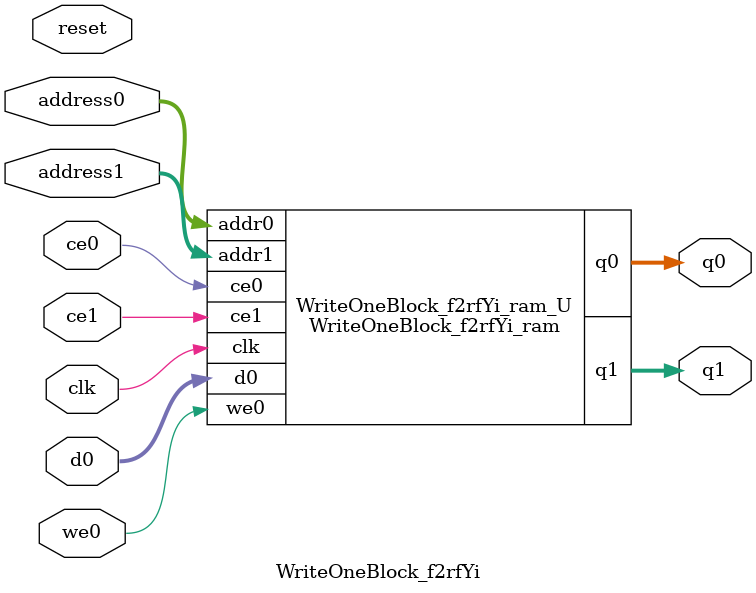
<source format=v>

`timescale 1 ns / 1 ps
module WriteOneBlock_f2rfYi_ram (addr0, ce0, d0, we0, q0, addr1, ce1, q1,  clk);

parameter DWIDTH = 8;
parameter AWIDTH = 11;
parameter MEM_SIZE = 1328;

input[AWIDTH-1:0] addr0;
input ce0;
input[DWIDTH-1:0] d0;
input we0;
output reg[DWIDTH-1:0] q0;
input[AWIDTH-1:0] addr1;
input ce1;
output reg[DWIDTH-1:0] q1;
input clk;

(* ram_style = "block" *)reg [DWIDTH-1:0] ram[0:MEM_SIZE-1];




always @(posedge clk)  
begin 
    if (ce0) 
    begin
        if (we0) 
        begin 
            ram[addr0] <= d0; 
            q0 <= d0;
        end 
        else 
            q0 <= ram[addr0];
    end
end


always @(posedge clk)  
begin 
    if (ce1) 
    begin
            q1 <= ram[addr1];
    end
end


endmodule


`timescale 1 ns / 1 ps
module WriteOneBlock_f2rfYi(
    reset,
    clk,
    address0,
    ce0,
    we0,
    d0,
    q0,
    address1,
    ce1,
    q1);

parameter DataWidth = 32'd8;
parameter AddressRange = 32'd1328;
parameter AddressWidth = 32'd11;
input reset;
input clk;
input[AddressWidth - 1:0] address0;
input ce0;
input we0;
input[DataWidth - 1:0] d0;
output[DataWidth - 1:0] q0;
input[AddressWidth - 1:0] address1;
input ce1;
output[DataWidth - 1:0] q1;



WriteOneBlock_f2rfYi_ram WriteOneBlock_f2rfYi_ram_U(
    .clk( clk ),
    .addr0( address0 ),
    .ce0( ce0 ),
    .d0( d0 ),
    .we0( we0 ),
    .q0( q0 ),
    .addr1( address1 ),
    .ce1( ce1 ),
    .q1( q1 ));

endmodule


</source>
